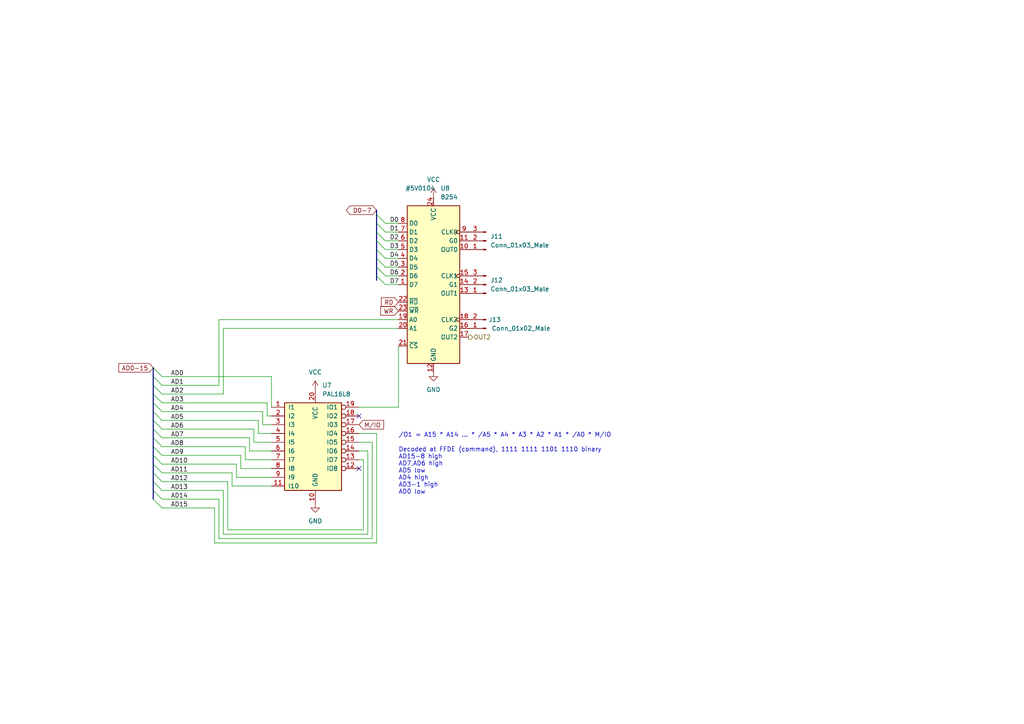
<source format=kicad_sch>
(kicad_sch (version 20211123) (generator eeschema)

  (uuid 6e613266-f8ff-472f-9812-2fa6fee8f243)

  (paper "A4")

  (lib_symbols
    (symbol "Connector:Conn_01x02_Male" (pin_names (offset 1.016) hide) (in_bom yes) (on_board yes)
      (property "Reference" "J" (id 0) (at 0 2.54 0)
        (effects (font (size 1.27 1.27)))
      )
      (property "Value" "Conn_01x02_Male" (id 1) (at 0 -5.08 0)
        (effects (font (size 1.27 1.27)))
      )
      (property "Footprint" "" (id 2) (at 0 0 0)
        (effects (font (size 1.27 1.27)) hide)
      )
      (property "Datasheet" "~" (id 3) (at 0 0 0)
        (effects (font (size 1.27 1.27)) hide)
      )
      (property "ki_keywords" "connector" (id 4) (at 0 0 0)
        (effects (font (size 1.27 1.27)) hide)
      )
      (property "ki_description" "Generic connector, single row, 01x02, script generated (kicad-library-utils/schlib/autogen/connector/)" (id 5) (at 0 0 0)
        (effects (font (size 1.27 1.27)) hide)
      )
      (property "ki_fp_filters" "Connector*:*_1x??_*" (id 6) (at 0 0 0)
        (effects (font (size 1.27 1.27)) hide)
      )
      (symbol "Conn_01x02_Male_1_1"
        (polyline
          (pts
            (xy 1.27 -2.54)
            (xy 0.8636 -2.54)
          )
          (stroke (width 0.1524) (type default) (color 0 0 0 0))
          (fill (type none))
        )
        (polyline
          (pts
            (xy 1.27 0)
            (xy 0.8636 0)
          )
          (stroke (width 0.1524) (type default) (color 0 0 0 0))
          (fill (type none))
        )
        (rectangle (start 0.8636 -2.413) (end 0 -2.667)
          (stroke (width 0.1524) (type default) (color 0 0 0 0))
          (fill (type outline))
        )
        (rectangle (start 0.8636 0.127) (end 0 -0.127)
          (stroke (width 0.1524) (type default) (color 0 0 0 0))
          (fill (type outline))
        )
        (pin passive line (at 5.08 0 180) (length 3.81)
          (name "Pin_1" (effects (font (size 1.27 1.27))))
          (number "1" (effects (font (size 1.27 1.27))))
        )
        (pin passive line (at 5.08 -2.54 180) (length 3.81)
          (name "Pin_2" (effects (font (size 1.27 1.27))))
          (number "2" (effects (font (size 1.27 1.27))))
        )
      )
    )
    (symbol "Connector:Conn_01x03_Male" (pin_names (offset 1.016) hide) (in_bom yes) (on_board yes)
      (property "Reference" "J" (id 0) (at 0 5.08 0)
        (effects (font (size 1.27 1.27)))
      )
      (property "Value" "Conn_01x03_Male" (id 1) (at 0 -5.08 0)
        (effects (font (size 1.27 1.27)))
      )
      (property "Footprint" "" (id 2) (at 0 0 0)
        (effects (font (size 1.27 1.27)) hide)
      )
      (property "Datasheet" "~" (id 3) (at 0 0 0)
        (effects (font (size 1.27 1.27)) hide)
      )
      (property "ki_keywords" "connector" (id 4) (at 0 0 0)
        (effects (font (size 1.27 1.27)) hide)
      )
      (property "ki_description" "Generic connector, single row, 01x03, script generated (kicad-library-utils/schlib/autogen/connector/)" (id 5) (at 0 0 0)
        (effects (font (size 1.27 1.27)) hide)
      )
      (property "ki_fp_filters" "Connector*:*_1x??_*" (id 6) (at 0 0 0)
        (effects (font (size 1.27 1.27)) hide)
      )
      (symbol "Conn_01x03_Male_1_1"
        (polyline
          (pts
            (xy 1.27 -2.54)
            (xy 0.8636 -2.54)
          )
          (stroke (width 0.1524) (type default) (color 0 0 0 0))
          (fill (type none))
        )
        (polyline
          (pts
            (xy 1.27 0)
            (xy 0.8636 0)
          )
          (stroke (width 0.1524) (type default) (color 0 0 0 0))
          (fill (type none))
        )
        (polyline
          (pts
            (xy 1.27 2.54)
            (xy 0.8636 2.54)
          )
          (stroke (width 0.1524) (type default) (color 0 0 0 0))
          (fill (type none))
        )
        (rectangle (start 0.8636 -2.413) (end 0 -2.667)
          (stroke (width 0.1524) (type default) (color 0 0 0 0))
          (fill (type outline))
        )
        (rectangle (start 0.8636 0.127) (end 0 -0.127)
          (stroke (width 0.1524) (type default) (color 0 0 0 0))
          (fill (type outline))
        )
        (rectangle (start 0.8636 2.667) (end 0 2.413)
          (stroke (width 0.1524) (type default) (color 0 0 0 0))
          (fill (type outline))
        )
        (pin passive line (at 5.08 2.54 180) (length 3.81)
          (name "Pin_1" (effects (font (size 1.27 1.27))))
          (number "1" (effects (font (size 1.27 1.27))))
        )
        (pin passive line (at 5.08 0 180) (length 3.81)
          (name "Pin_2" (effects (font (size 1.27 1.27))))
          (number "2" (effects (font (size 1.27 1.27))))
        )
        (pin passive line (at 5.08 -2.54 180) (length 3.81)
          (name "Pin_3" (effects (font (size 1.27 1.27))))
          (number "3" (effects (font (size 1.27 1.27))))
        )
      )
    )
    (symbol "Logic_Programmable:PAL16L8" (pin_names (offset 1.016)) (in_bom yes) (on_board yes)
      (property "Reference" "U" (id 0) (at -8.89 16.51 0)
        (effects (font (size 1.27 1.27)) (justify left))
      )
      (property "Value" "PAL16L8" (id 1) (at 1.27 16.51 0)
        (effects (font (size 1.27 1.27)) (justify left))
      )
      (property "Footprint" "" (id 2) (at 0 0 0)
        (effects (font (size 1.27 1.27)) hide)
      )
      (property "Datasheet" "" (id 3) (at 0 0 0)
        (effects (font (size 1.27 1.27)) hide)
      )
      (property "ki_keywords" "PAL PLD 16L8" (id 4) (at 0 0 0)
        (effects (font (size 1.27 1.27)) hide)
      )
      (property "ki_description" "Programmable Logic Array, DIP-20" (id 5) (at 0 0 0)
        (effects (font (size 1.27 1.27)) hide)
      )
      (property "ki_fp_filters" "DIP* PDIP*" (id 6) (at 0 0 0)
        (effects (font (size 1.27 1.27)) hide)
      )
      (symbol "PAL16L8_0_0"
        (pin power_in line (at 0 -15.24 90) (length 3.81)
          (name "GND" (effects (font (size 1.27 1.27))))
          (number "10" (effects (font (size 1.27 1.27))))
        )
        (pin power_in line (at 0 17.78 270) (length 3.81)
          (name "VCC" (effects (font (size 1.27 1.27))))
          (number "20" (effects (font (size 1.27 1.27))))
        )
      )
      (symbol "PAL16L8_0_1"
        (rectangle (start -8.89 13.97) (end 7.62 -11.43)
          (stroke (width 0.254) (type default) (color 0 0 0 0))
          (fill (type background))
        )
      )
      (symbol "PAL16L8_1_1"
        (pin input line (at -12.7 12.7 0) (length 3.81)
          (name "I1" (effects (font (size 1.27 1.27))))
          (number "1" (effects (font (size 1.27 1.27))))
        )
        (pin input line (at -12.7 -10.16 0) (length 3.81)
          (name "I10" (effects (font (size 1.27 1.27))))
          (number "11" (effects (font (size 1.27 1.27))))
        )
        (pin tri_state inverted (at 12.7 -5.08 180) (length 5.08)
          (name "IO8" (effects (font (size 1.27 1.27))))
          (number "12" (effects (font (size 1.27 1.27))))
        )
        (pin tri_state inverted (at 12.7 -2.54 180) (length 5.08)
          (name "IO7" (effects (font (size 1.27 1.27))))
          (number "13" (effects (font (size 1.27 1.27))))
        )
        (pin tri_state inverted (at 12.7 0 180) (length 5.08)
          (name "IO6" (effects (font (size 1.27 1.27))))
          (number "14" (effects (font (size 1.27 1.27))))
        )
        (pin tri_state inverted (at 12.7 2.54 180) (length 5.08)
          (name "IO5" (effects (font (size 1.27 1.27))))
          (number "15" (effects (font (size 1.27 1.27))))
        )
        (pin tri_state inverted (at 12.7 5.08 180) (length 5.08)
          (name "IO4" (effects (font (size 1.27 1.27))))
          (number "16" (effects (font (size 1.27 1.27))))
        )
        (pin tri_state inverted (at 12.7 7.62 180) (length 5.08)
          (name "I03" (effects (font (size 1.27 1.27))))
          (number "17" (effects (font (size 1.27 1.27))))
        )
        (pin tri_state inverted (at 12.7 10.16 180) (length 5.08)
          (name "IO2" (effects (font (size 1.27 1.27))))
          (number "18" (effects (font (size 1.27 1.27))))
        )
        (pin tri_state inverted (at 12.7 12.7 180) (length 5.08)
          (name "IO1" (effects (font (size 1.27 1.27))))
          (number "19" (effects (font (size 1.27 1.27))))
        )
        (pin input line (at -12.7 10.16 0) (length 3.81)
          (name "I2" (effects (font (size 1.27 1.27))))
          (number "2" (effects (font (size 1.27 1.27))))
        )
        (pin input line (at -12.7 7.62 0) (length 3.81)
          (name "I3" (effects (font (size 1.27 1.27))))
          (number "3" (effects (font (size 1.27 1.27))))
        )
        (pin input line (at -12.7 5.08 0) (length 3.81)
          (name "I4" (effects (font (size 1.27 1.27))))
          (number "4" (effects (font (size 1.27 1.27))))
        )
        (pin input line (at -12.7 2.54 0) (length 3.81)
          (name "I5" (effects (font (size 1.27 1.27))))
          (number "5" (effects (font (size 1.27 1.27))))
        )
        (pin input line (at -12.7 0 0) (length 3.81)
          (name "I6" (effects (font (size 1.27 1.27))))
          (number "6" (effects (font (size 1.27 1.27))))
        )
        (pin input line (at -12.7 -2.54 0) (length 3.81)
          (name "I7" (effects (font (size 1.27 1.27))))
          (number "7" (effects (font (size 1.27 1.27))))
        )
        (pin input line (at -12.7 -5.08 0) (length 3.81)
          (name "I8" (effects (font (size 1.27 1.27))))
          (number "8" (effects (font (size 1.27 1.27))))
        )
        (pin input line (at -12.7 -7.62 0) (length 3.81)
          (name "I9" (effects (font (size 1.27 1.27))))
          (number "9" (effects (font (size 1.27 1.27))))
        )
      )
    )
    (symbol "Timer:8254" (in_bom yes) (on_board yes)
      (property "Reference" "U" (id 0) (at -5.08 24.13 0)
        (effects (font (size 1.27 1.27)) (justify right))
      )
      (property "Value" "8254" (id 1) (at 2.54 24.13 0)
        (effects (font (size 1.27 1.27)) (justify left))
      )
      (property "Footprint" "Package_DIP:DIP-24_W15.24mm" (id 2) (at 0 0 0)
        (effects (font (size 1.27 1.27)) hide)
      )
      (property "Datasheet" "http://www.scs.stanford.edu/10wi-cs140/pintos/specs/8254.pdf" (id 3) (at -11.43 22.86 0)
        (effects (font (size 1.27 1.27)) hide)
      )
      (property "ki_keywords" "Timer Counter" (id 4) (at 0 0 0)
        (effects (font (size 1.27 1.27)) hide)
      )
      (property "ki_description" "Programmable Interval Timer, PDIP-24" (id 5) (at 0 0 0)
        (effects (font (size 1.27 1.27)) hide)
      )
      (property "ki_fp_filters" "DIP*W15.24mm*" (id 6) (at 0 0 0)
        (effects (font (size 1.27 1.27)) hide)
      )
      (symbol "8254_0_1"
        (rectangle (start -7.62 -22.86) (end 7.62 22.86)
          (stroke (width 0.254) (type default) (color 0 0 0 0))
          (fill (type background))
        )
      )
      (symbol "8254_1_1"
        (pin bidirectional line (at -10.16 0 0) (length 2.54)
          (name "D7" (effects (font (size 1.27 1.27))))
          (number "1" (effects (font (size 1.27 1.27))))
        )
        (pin output line (at 10.16 10.16 180) (length 2.54)
          (name "OUT0" (effects (font (size 1.27 1.27))))
          (number "10" (effects (font (size 1.27 1.27))))
        )
        (pin input line (at 10.16 12.7 180) (length 2.54)
          (name "G0" (effects (font (size 1.27 1.27))))
          (number "11" (effects (font (size 1.27 1.27))))
        )
        (pin power_in line (at 0 -25.4 90) (length 2.54)
          (name "GND" (effects (font (size 1.27 1.27))))
          (number "12" (effects (font (size 1.27 1.27))))
        )
        (pin output line (at 10.16 -2.54 180) (length 2.54)
          (name "OUT1" (effects (font (size 1.27 1.27))))
          (number "13" (effects (font (size 1.27 1.27))))
        )
        (pin input line (at 10.16 0 180) (length 2.54)
          (name "G1" (effects (font (size 1.27 1.27))))
          (number "14" (effects (font (size 1.27 1.27))))
        )
        (pin input clock (at 10.16 2.54 180) (length 2.54)
          (name "CLK1" (effects (font (size 1.27 1.27))))
          (number "15" (effects (font (size 1.27 1.27))))
        )
        (pin input line (at 10.16 -12.7 180) (length 2.54)
          (name "G2" (effects (font (size 1.27 1.27))))
          (number "16" (effects (font (size 1.27 1.27))))
        )
        (pin output line (at 10.16 -15.24 180) (length 2.54)
          (name "OUT2" (effects (font (size 1.27 1.27))))
          (number "17" (effects (font (size 1.27 1.27))))
        )
        (pin input clock (at 10.16 -10.16 180) (length 2.54)
          (name "CLK2" (effects (font (size 1.27 1.27))))
          (number "18" (effects (font (size 1.27 1.27))))
        )
        (pin input line (at -10.16 -10.16 0) (length 2.54)
          (name "A0" (effects (font (size 1.27 1.27))))
          (number "19" (effects (font (size 1.27 1.27))))
        )
        (pin bidirectional line (at -10.16 2.54 0) (length 2.54)
          (name "D6" (effects (font (size 1.27 1.27))))
          (number "2" (effects (font (size 1.27 1.27))))
        )
        (pin input line (at -10.16 -12.7 0) (length 2.54)
          (name "A1" (effects (font (size 1.27 1.27))))
          (number "20" (effects (font (size 1.27 1.27))))
        )
        (pin input line (at -10.16 -17.78 0) (length 2.54)
          (name "~{CS}" (effects (font (size 1.27 1.27))))
          (number "21" (effects (font (size 1.27 1.27))))
        )
        (pin input line (at -10.16 -5.08 0) (length 2.54)
          (name "~{RD}" (effects (font (size 1.27 1.27))))
          (number "22" (effects (font (size 1.27 1.27))))
        )
        (pin input line (at -10.16 -7.62 0) (length 2.54)
          (name "~{WR}" (effects (font (size 1.27 1.27))))
          (number "23" (effects (font (size 1.27 1.27))))
        )
        (pin power_in line (at 0 25.4 270) (length 2.54)
          (name "VCC" (effects (font (size 1.27 1.27))))
          (number "24" (effects (font (size 1.27 1.27))))
        )
        (pin bidirectional line (at -10.16 5.08 0) (length 2.54)
          (name "D5" (effects (font (size 1.27 1.27))))
          (number "3" (effects (font (size 1.27 1.27))))
        )
        (pin bidirectional line (at -10.16 7.62 0) (length 2.54)
          (name "D4" (effects (font (size 1.27 1.27))))
          (number "4" (effects (font (size 1.27 1.27))))
        )
        (pin bidirectional line (at -10.16 10.16 0) (length 2.54)
          (name "D3" (effects (font (size 1.27 1.27))))
          (number "5" (effects (font (size 1.27 1.27))))
        )
        (pin bidirectional line (at -10.16 12.7 0) (length 2.54)
          (name "D2" (effects (font (size 1.27 1.27))))
          (number "6" (effects (font (size 1.27 1.27))))
        )
        (pin bidirectional line (at -10.16 15.24 0) (length 2.54)
          (name "D1" (effects (font (size 1.27 1.27))))
          (number "7" (effects (font (size 1.27 1.27))))
        )
        (pin bidirectional line (at -10.16 17.78 0) (length 2.54)
          (name "D0" (effects (font (size 1.27 1.27))))
          (number "8" (effects (font (size 1.27 1.27))))
        )
        (pin input clock (at 10.16 15.24 180) (length 2.54)
          (name "CLK0" (effects (font (size 1.27 1.27))))
          (number "9" (effects (font (size 1.27 1.27))))
        )
      )
    )
    (symbol "power:GND" (power) (pin_names (offset 0)) (in_bom yes) (on_board yes)
      (property "Reference" "#PWR" (id 0) (at 0 -6.35 0)
        (effects (font (size 1.27 1.27)) hide)
      )
      (property "Value" "GND" (id 1) (at 0 -3.81 0)
        (effects (font (size 1.27 1.27)))
      )
      (property "Footprint" "" (id 2) (at 0 0 0)
        (effects (font (size 1.27 1.27)) hide)
      )
      (property "Datasheet" "" (id 3) (at 0 0 0)
        (effects (font (size 1.27 1.27)) hide)
      )
      (property "ki_keywords" "power-flag" (id 4) (at 0 0 0)
        (effects (font (size 1.27 1.27)) hide)
      )
      (property "ki_description" "Power symbol creates a global label with name \"GND\" , ground" (id 5) (at 0 0 0)
        (effects (font (size 1.27 1.27)) hide)
      )
      (symbol "GND_0_1"
        (polyline
          (pts
            (xy 0 0)
            (xy 0 -1.27)
            (xy 1.27 -1.27)
            (xy 0 -2.54)
            (xy -1.27 -1.27)
            (xy 0 -1.27)
          )
          (stroke (width 0) (type default) (color 0 0 0 0))
          (fill (type none))
        )
      )
      (symbol "GND_1_1"
        (pin power_in line (at 0 0 270) (length 0) hide
          (name "GND" (effects (font (size 1.27 1.27))))
          (number "1" (effects (font (size 1.27 1.27))))
        )
      )
    )
    (symbol "power:VCC" (power) (pin_names (offset 0)) (in_bom yes) (on_board yes)
      (property "Reference" "#PWR" (id 0) (at 0 -3.81 0)
        (effects (font (size 1.27 1.27)) hide)
      )
      (property "Value" "VCC" (id 1) (at 0 3.81 0)
        (effects (font (size 1.27 1.27)))
      )
      (property "Footprint" "" (id 2) (at 0 0 0)
        (effects (font (size 1.27 1.27)) hide)
      )
      (property "Datasheet" "" (id 3) (at 0 0 0)
        (effects (font (size 1.27 1.27)) hide)
      )
      (property "ki_keywords" "power-flag" (id 4) (at 0 0 0)
        (effects (font (size 1.27 1.27)) hide)
      )
      (property "ki_description" "Power symbol creates a global label with name \"VCC\"" (id 5) (at 0 0 0)
        (effects (font (size 1.27 1.27)) hide)
      )
      (symbol "VCC_0_1"
        (polyline
          (pts
            (xy -0.762 1.27)
            (xy 0 2.54)
          )
          (stroke (width 0) (type default) (color 0 0 0 0))
          (fill (type none))
        )
        (polyline
          (pts
            (xy 0 0)
            (xy 0 2.54)
          )
          (stroke (width 0) (type default) (color 0 0 0 0))
          (fill (type none))
        )
        (polyline
          (pts
            (xy 0 2.54)
            (xy 0.762 1.27)
          )
          (stroke (width 0) (type default) (color 0 0 0 0))
          (fill (type none))
        )
      )
      (symbol "VCC_1_1"
        (pin power_in line (at 0 0 90) (length 0) hide
          (name "VCC" (effects (font (size 1.27 1.27))))
          (number "1" (effects (font (size 1.27 1.27))))
        )
      )
    )
  )


  (no_connect (at 104.14 120.65) (uuid 022ae831-d130-4ffc-a869-76080b85629d))
  (no_connect (at 104.14 135.89) (uuid 85f6281b-6edd-432a-99a5-a2e3bf63aa0a))

  (bus_entry (at 109.22 62.23) (size 2.54 2.54)
    (stroke (width 0) (type default) (color 0 0 0 0))
    (uuid 09de0000-01bf-481e-8a3a-280e20e2f0e4)
  )
  (bus_entry (at 109.22 74.93) (size 2.54 2.54)
    (stroke (width 0) (type default) (color 0 0 0 0))
    (uuid 443b3199-2734-4bca-a04b-aca0fc87b9fb)
  )
  (bus_entry (at 109.22 72.39) (size 2.54 2.54)
    (stroke (width 0) (type default) (color 0 0 0 0))
    (uuid 5b4ced6b-7f8d-4265-b608-41944f328c64)
  )
  (bus_entry (at 109.22 80.01) (size 2.54 2.54)
    (stroke (width 0) (type default) (color 0 0 0 0))
    (uuid 82a14d84-7e66-4cea-bdac-a9c702bee4f4)
  )
  (bus_entry (at 109.22 64.77) (size 2.54 2.54)
    (stroke (width 0) (type default) (color 0 0 0 0))
    (uuid 934f98a2-513d-4c27-a9a6-c725df023c8c)
  )
  (bus_entry (at 109.22 67.31) (size 2.54 2.54)
    (stroke (width 0) (type default) (color 0 0 0 0))
    (uuid ade01d05-8b0f-40ad-a787-646b1bdfdf3a)
  )
  (bus_entry (at 109.22 69.85) (size 2.54 2.54)
    (stroke (width 0) (type default) (color 0 0 0 0))
    (uuid e26e31bd-ad84-41b4-8a17-43ada943b53c)
  )
  (bus_entry (at 44.45 132.08) (size 2.54 2.54)
    (stroke (width 0) (type default) (color 0 0 0 0))
    (uuid fdf52e79-0de5-4007-b911-c3ffd7bca4a6)
  )
  (bus_entry (at 44.45 129.54) (size 2.54 2.54)
    (stroke (width 0) (type default) (color 0 0 0 0))
    (uuid fdf52e79-0de5-4007-b911-c3ffd7bca4a7)
  )
  (bus_entry (at 44.45 109.22) (size 2.54 2.54)
    (stroke (width 0) (type default) (color 0 0 0 0))
    (uuid fdf52e79-0de5-4007-b911-c3ffd7bca4a8)
  )
  (bus_entry (at 44.45 111.76) (size 2.54 2.54)
    (stroke (width 0) (type default) (color 0 0 0 0))
    (uuid fdf52e79-0de5-4007-b911-c3ffd7bca4a9)
  )
  (bus_entry (at 44.45 134.62) (size 2.54 2.54)
    (stroke (width 0) (type default) (color 0 0 0 0))
    (uuid fdf52e79-0de5-4007-b911-c3ffd7bca4aa)
  )
  (bus_entry (at 44.45 137.16) (size 2.54 2.54)
    (stroke (width 0) (type default) (color 0 0 0 0))
    (uuid fdf52e79-0de5-4007-b911-c3ffd7bca4ab)
  )
  (bus_entry (at 44.45 142.24) (size 2.54 2.54)
    (stroke (width 0) (type default) (color 0 0 0 0))
    (uuid fdf52e79-0de5-4007-b911-c3ffd7bca4ac)
  )
  (bus_entry (at 44.45 139.7) (size 2.54 2.54)
    (stroke (width 0) (type default) (color 0 0 0 0))
    (uuid fdf52e79-0de5-4007-b911-c3ffd7bca4ad)
  )
  (bus_entry (at 44.45 144.78) (size 2.54 2.54)
    (stroke (width 0) (type default) (color 0 0 0 0))
    (uuid fdf52e79-0de5-4007-b911-c3ffd7bca4ae)
  )
  (bus_entry (at 44.45 127) (size 2.54 2.54)
    (stroke (width 0) (type default) (color 0 0 0 0))
    (uuid fdf52e79-0de5-4007-b911-c3ffd7bca4af)
  )
  (bus_entry (at 44.45 124.46) (size 2.54 2.54)
    (stroke (width 0) (type default) (color 0 0 0 0))
    (uuid fdf52e79-0de5-4007-b911-c3ffd7bca4b0)
  )
  (bus_entry (at 44.45 106.68) (size 2.54 2.54)
    (stroke (width 0) (type default) (color 0 0 0 0))
    (uuid fdf52e79-0de5-4007-b911-c3ffd7bca4b1)
  )
  (bus_entry (at 44.45 121.92) (size 2.54 2.54)
    (stroke (width 0) (type default) (color 0 0 0 0))
    (uuid fdf52e79-0de5-4007-b911-c3ffd7bca4b2)
  )
  (bus_entry (at 44.45 119.38) (size 2.54 2.54)
    (stroke (width 0) (type default) (color 0 0 0 0))
    (uuid fdf52e79-0de5-4007-b911-c3ffd7bca4b3)
  )
  (bus_entry (at 44.45 116.84) (size 2.54 2.54)
    (stroke (width 0) (type default) (color 0 0 0 0))
    (uuid fdf52e79-0de5-4007-b911-c3ffd7bca4b4)
  )
  (bus_entry (at 44.45 114.3) (size 2.54 2.54)
    (stroke (width 0) (type default) (color 0 0 0 0))
    (uuid fdf52e79-0de5-4007-b911-c3ffd7bca4b5)
  )
  (bus_entry (at 109.22 77.47) (size 2.54 2.54)
    (stroke (width 0) (type default) (color 0 0 0 0))
    (uuid ffe0192e-d006-4aa9-832d-ee927add1b63)
  )

  (bus (pts (xy 44.45 129.54) (xy 44.45 132.08))
    (stroke (width 0) (type default) (color 0 0 0 0))
    (uuid 00b9974b-58af-495c-bbca-6d981f620553)
  )

  (wire (pts (xy 109.22 157.48) (xy 109.22 125.73))
    (stroke (width 0) (type default) (color 0 0 0 0))
    (uuid 015f2180-f3f1-480c-ae8c-adc7919bad0c)
  )
  (wire (pts (xy 46.99 137.16) (xy 67.31 137.16))
    (stroke (width 0) (type default) (color 0 0 0 0))
    (uuid 023bcc7e-d846-4274-9deb-47b78abbe970)
  )
  (bus (pts (xy 109.22 80.01) (xy 109.22 81.28))
    (stroke (width 0) (type default) (color 0 0 0 0))
    (uuid 051ecdef-4c4c-4ac6-9fa8-cec20f3f6626)
  )

  (wire (pts (xy 78.74 128.27) (xy 73.66 128.27))
    (stroke (width 0) (type default) (color 0 0 0 0))
    (uuid 0f32a64b-a134-4f07-8a8b-3c028d184d02)
  )
  (bus (pts (xy 109.22 67.31) (xy 109.22 69.85))
    (stroke (width 0) (type default) (color 0 0 0 0))
    (uuid 127709f6-6163-4b05-87fb-cebd7c49dfe3)
  )
  (bus (pts (xy 44.45 127) (xy 44.45 129.54))
    (stroke (width 0) (type default) (color 0 0 0 0))
    (uuid 1410a67b-2a8f-46ae-a1b9-4f070d9d550d)
  )

  (wire (pts (xy 66.04 139.7) (xy 66.04 153.67))
    (stroke (width 0) (type default) (color 0 0 0 0))
    (uuid 18be6ee6-1cf3-4e75-8586-07cab166a7ae)
  )
  (wire (pts (xy 69.85 135.89) (xy 78.74 135.89))
    (stroke (width 0) (type default) (color 0 0 0 0))
    (uuid 1cd9e9b0-5e73-4fa1-8b2f-e916f6acc5ea)
  )
  (bus (pts (xy 109.22 62.23) (xy 109.22 64.77))
    (stroke (width 0) (type default) (color 0 0 0 0))
    (uuid 1e93e2d1-14ea-4b42-ae60-4a0ac05a3376)
  )
  (bus (pts (xy 44.45 121.92) (xy 44.45 124.46))
    (stroke (width 0) (type default) (color 0 0 0 0))
    (uuid 2058f8bb-1c76-4d16-891a-3a68a34ee824)
  )

  (wire (pts (xy 63.5 92.71) (xy 115.57 92.71))
    (stroke (width 0) (type default) (color 0 0 0 0))
    (uuid 2230b9b8-0bfa-42f9-b287-64c943adbea7)
  )
  (wire (pts (xy 111.76 77.47) (xy 115.57 77.47))
    (stroke (width 0) (type default) (color 0 0 0 0))
    (uuid 259549d8-e094-410d-9870-594eb13b0c30)
  )
  (wire (pts (xy 115.57 118.11) (xy 115.57 100.33))
    (stroke (width 0) (type default) (color 0 0 0 0))
    (uuid 28ff6898-f1d7-40f5-a801-39283ec28a22)
  )
  (bus (pts (xy 44.45 114.3) (xy 44.45 116.84))
    (stroke (width 0) (type default) (color 0 0 0 0))
    (uuid 2c67c4bb-fdca-4f8a-8748-46054d69544e)
  )

  (wire (pts (xy 68.58 134.62) (xy 68.58 138.43))
    (stroke (width 0) (type default) (color 0 0 0 0))
    (uuid 3551112b-99f2-408b-9530-ba2c73a25826)
  )
  (bus (pts (xy 44.45 142.24) (xy 44.45 144.78))
    (stroke (width 0) (type default) (color 0 0 0 0))
    (uuid 3640f5ac-f3a0-41e3-9b08-3d99e479c04b)
  )

  (wire (pts (xy 63.5 156.21) (xy 107.95 156.21))
    (stroke (width 0) (type default) (color 0 0 0 0))
    (uuid 36c963a8-c060-4de3-ac1a-74c17c76b087)
  )
  (wire (pts (xy 77.47 120.65) (xy 78.74 120.65))
    (stroke (width 0) (type default) (color 0 0 0 0))
    (uuid 3b094254-94e3-47fb-8fcb-f6e43928addc)
  )
  (wire (pts (xy 111.76 74.93) (xy 115.57 74.93))
    (stroke (width 0) (type default) (color 0 0 0 0))
    (uuid 3bcf2f81-4bec-49d3-aa18-04e80edd7eba)
  )
  (wire (pts (xy 46.99 134.62) (xy 68.58 134.62))
    (stroke (width 0) (type default) (color 0 0 0 0))
    (uuid 3c3d51aa-f911-40b5-8e87-7ff7e0a20708)
  )
  (wire (pts (xy 69.85 132.08) (xy 69.85 135.89))
    (stroke (width 0) (type default) (color 0 0 0 0))
    (uuid 3d90cd09-fd74-4d5b-b299-5b6cba3e7692)
  )
  (wire (pts (xy 74.93 125.73) (xy 78.74 125.73))
    (stroke (width 0) (type default) (color 0 0 0 0))
    (uuid 405ed7bd-1bd4-4628-b003-fddeaeb92680)
  )
  (wire (pts (xy 74.93 121.92) (xy 74.93 125.73))
    (stroke (width 0) (type default) (color 0 0 0 0))
    (uuid 409010bb-f1a0-4f84-ad9d-94bd3f487c14)
  )
  (wire (pts (xy 71.12 133.35) (xy 78.74 133.35))
    (stroke (width 0) (type default) (color 0 0 0 0))
    (uuid 42e677c2-5ff8-4abf-b27c-b3e6263f5661)
  )
  (bus (pts (xy 44.45 119.38) (xy 44.45 121.92))
    (stroke (width 0) (type default) (color 0 0 0 0))
    (uuid 474dc680-1b02-4c99-8c9d-101f0c4810f2)
  )

  (wire (pts (xy 67.31 137.16) (xy 67.31 140.97))
    (stroke (width 0) (type default) (color 0 0 0 0))
    (uuid 47bfb954-7eac-4b7e-91fa-cf4363a3f79e)
  )
  (wire (pts (xy 111.76 80.01) (xy 115.57 80.01))
    (stroke (width 0) (type default) (color 0 0 0 0))
    (uuid 4837dd91-32b5-4dfd-ae4b-001ba1584d98)
  )
  (wire (pts (xy 105.41 133.35) (xy 104.14 133.35))
    (stroke (width 0) (type default) (color 0 0 0 0))
    (uuid 49b2ea54-3634-43df-9399-8c4ccba75b20)
  )
  (wire (pts (xy 73.66 124.46) (xy 46.99 124.46))
    (stroke (width 0) (type default) (color 0 0 0 0))
    (uuid 4c6bbdfb-b020-487f-a735-2095a68222a8)
  )
  (wire (pts (xy 46.99 142.24) (xy 64.77 142.24))
    (stroke (width 0) (type default) (color 0 0 0 0))
    (uuid 4dee56fc-df86-409b-b410-56eb00b2f875)
  )
  (wire (pts (xy 46.99 147.32) (xy 62.23 147.32))
    (stroke (width 0) (type default) (color 0 0 0 0))
    (uuid 55c0cb46-c15c-4499-a7e0-bc74befe2780)
  )
  (wire (pts (xy 64.77 95.25) (xy 115.57 95.25))
    (stroke (width 0) (type default) (color 0 0 0 0))
    (uuid 5dd27ae0-a673-46c0-b6a8-0cf380505e67)
  )
  (bus (pts (xy 44.45 111.76) (xy 44.45 114.3))
    (stroke (width 0) (type default) (color 0 0 0 0))
    (uuid 60478cf2-eeac-48a0-9027-5e705d06fc5b)
  )

  (wire (pts (xy 111.76 64.77) (xy 115.57 64.77))
    (stroke (width 0) (type default) (color 0 0 0 0))
    (uuid 62b07684-7642-4ba0-a507-08260c8570b9)
  )
  (wire (pts (xy 46.99 111.76) (xy 63.5 111.76))
    (stroke (width 0) (type default) (color 0 0 0 0))
    (uuid 66dd32a0-9a28-42ac-adef-ab705980eed5)
  )
  (bus (pts (xy 44.45 106.68) (xy 44.45 109.22))
    (stroke (width 0) (type default) (color 0 0 0 0))
    (uuid 71b26da1-c654-4bad-8bed-6a063f81c111)
  )

  (wire (pts (xy 73.66 128.27) (xy 73.66 124.46))
    (stroke (width 0) (type default) (color 0 0 0 0))
    (uuid 770c2f2b-a005-49f7-be24-84dc69ee7493)
  )
  (wire (pts (xy 46.99 139.7) (xy 66.04 139.7))
    (stroke (width 0) (type default) (color 0 0 0 0))
    (uuid 7dfdca9d-28ea-40d2-9aa4-76d7144c02be)
  )
  (bus (pts (xy 44.45 124.46) (xy 44.45 127))
    (stroke (width 0) (type default) (color 0 0 0 0))
    (uuid 7ff07296-bc76-41c2-a54f-e306475ad02a)
  )

  (wire (pts (xy 111.76 67.31) (xy 115.57 67.31))
    (stroke (width 0) (type default) (color 0 0 0 0))
    (uuid 8aa2207c-a358-4fb0-8420-d93125f136ad)
  )
  (wire (pts (xy 64.77 95.25) (xy 64.77 114.3))
    (stroke (width 0) (type default) (color 0 0 0 0))
    (uuid 8b7b2f14-ac04-4628-be20-c8bb80a14105)
  )
  (wire (pts (xy 77.47 116.84) (xy 77.47 120.65))
    (stroke (width 0) (type default) (color 0 0 0 0))
    (uuid 8b8f5e46-b973-4357-8b16-82d04382b04b)
  )
  (wire (pts (xy 63.5 144.78) (xy 63.5 156.21))
    (stroke (width 0) (type default) (color 0 0 0 0))
    (uuid 8d26cde1-d388-420e-bdec-177e61a17387)
  )
  (bus (pts (xy 109.22 77.47) (xy 109.22 80.01))
    (stroke (width 0) (type default) (color 0 0 0 0))
    (uuid 958f0b87-57d9-4536-94b7-b1a9eb77c327)
  )
  (bus (pts (xy 44.45 109.22) (xy 44.45 111.76))
    (stroke (width 0) (type default) (color 0 0 0 0))
    (uuid 9663ba13-9af8-4df7-aa8a-ea2d83ce5bcf)
  )
  (bus (pts (xy 109.22 69.85) (xy 109.22 72.39))
    (stroke (width 0) (type default) (color 0 0 0 0))
    (uuid 9703db31-14d2-40c4-9252-1add627e99f5)
  )
  (bus (pts (xy 44.45 116.84) (xy 44.45 119.38))
    (stroke (width 0) (type default) (color 0 0 0 0))
    (uuid 9886e611-f98e-436e-88ae-b8216979c593)
  )

  (wire (pts (xy 104.14 118.11) (xy 115.57 118.11))
    (stroke (width 0) (type default) (color 0 0 0 0))
    (uuid 9d06c28b-5aac-41cb-b535-87738af6e364)
  )
  (bus (pts (xy 109.22 64.77) (xy 109.22 67.31))
    (stroke (width 0) (type default) (color 0 0 0 0))
    (uuid 9dd1e2b1-9380-4b25-b999-ccd18dca0b50)
  )
  (bus (pts (xy 44.45 134.62) (xy 44.45 137.16))
    (stroke (width 0) (type default) (color 0 0 0 0))
    (uuid a05cbd98-b8dd-4f9b-8310-48b40545a8b7)
  )

  (wire (pts (xy 46.99 132.08) (xy 69.85 132.08))
    (stroke (width 0) (type default) (color 0 0 0 0))
    (uuid a96e1ed6-5e8a-43a8-a8bb-c22faec9bf79)
  )
  (wire (pts (xy 62.23 157.48) (xy 109.22 157.48))
    (stroke (width 0) (type default) (color 0 0 0 0))
    (uuid a9fd2812-4047-4812-b579-b7270e2d3d20)
  )
  (wire (pts (xy 76.2 123.19) (xy 78.74 123.19))
    (stroke (width 0) (type default) (color 0 0 0 0))
    (uuid aa78d157-c7a9-4696-8b4c-d9d3a8ec884c)
  )
  (wire (pts (xy 64.77 114.3) (xy 46.99 114.3))
    (stroke (width 0) (type default) (color 0 0 0 0))
    (uuid aa7a54b6-a3d3-4790-953d-64d51bad0f7d)
  )
  (wire (pts (xy 109.22 125.73) (xy 104.14 125.73))
    (stroke (width 0) (type default) (color 0 0 0 0))
    (uuid ab4c4197-306a-4da7-af99-55963d4f0da9)
  )
  (bus (pts (xy 44.45 139.7) (xy 44.45 142.24))
    (stroke (width 0) (type default) (color 0 0 0 0))
    (uuid b383f321-b332-485e-b54b-fd14c9b4e2db)
  )

  (wire (pts (xy 72.39 130.81) (xy 78.74 130.81))
    (stroke (width 0) (type default) (color 0 0 0 0))
    (uuid b783de20-4012-40c8-8099-f3d1f5154f2b)
  )
  (wire (pts (xy 66.04 153.67) (xy 105.41 153.67))
    (stroke (width 0) (type default) (color 0 0 0 0))
    (uuid bccb6f98-e9d1-4596-83b0-81d8c46e558d)
  )
  (wire (pts (xy 71.12 129.54) (xy 71.12 133.35))
    (stroke (width 0) (type default) (color 0 0 0 0))
    (uuid bea2f2f2-c980-474b-80d4-66c8e15f3b55)
  )
  (wire (pts (xy 46.99 121.92) (xy 74.93 121.92))
    (stroke (width 0) (type default) (color 0 0 0 0))
    (uuid bfcdf0f4-ff3c-442f-83db-5c75417578c5)
  )
  (wire (pts (xy 67.31 140.97) (xy 78.74 140.97))
    (stroke (width 0) (type default) (color 0 0 0 0))
    (uuid c17e6a00-2f53-42f1-9ee0-9516438237d1)
  )
  (wire (pts (xy 46.99 119.38) (xy 76.2 119.38))
    (stroke (width 0) (type default) (color 0 0 0 0))
    (uuid c298f44a-dc3e-4004-9611-4fcf2229764b)
  )
  (wire (pts (xy 46.99 129.54) (xy 71.12 129.54))
    (stroke (width 0) (type default) (color 0 0 0 0))
    (uuid c6a3df4a-e96f-4a32-8ba7-dbc44cdd5427)
  )
  (wire (pts (xy 111.76 82.55) (xy 115.57 82.55))
    (stroke (width 0) (type default) (color 0 0 0 0))
    (uuid cb25ef82-430f-4cac-8be8-2d782f7a3ba0)
  )
  (wire (pts (xy 46.99 127) (xy 72.39 127))
    (stroke (width 0) (type default) (color 0 0 0 0))
    (uuid cc35c19c-8f37-44c0-9fec-7307026faf97)
  )
  (bus (pts (xy 44.45 137.16) (xy 44.45 139.7))
    (stroke (width 0) (type default) (color 0 0 0 0))
    (uuid d0b7ef65-e61e-4a6c-af0c-1a5e11313a45)
  )

  (wire (pts (xy 105.41 153.67) (xy 105.41 133.35))
    (stroke (width 0) (type default) (color 0 0 0 0))
    (uuid d3168440-460b-4ffe-9a3d-88ac16e4b794)
  )
  (bus (pts (xy 44.45 132.08) (xy 44.45 134.62))
    (stroke (width 0) (type default) (color 0 0 0 0))
    (uuid d3acfa27-703d-4519-8871-f5b4c15853ef)
  )

  (wire (pts (xy 46.99 144.78) (xy 63.5 144.78))
    (stroke (width 0) (type default) (color 0 0 0 0))
    (uuid d5f9f445-09f0-4d32-9ae3-10b21f598461)
  )
  (wire (pts (xy 62.23 147.32) (xy 62.23 157.48))
    (stroke (width 0) (type default) (color 0 0 0 0))
    (uuid d73cc9e5-8d83-4a01-b3b4-86eb6e1f650a)
  )
  (wire (pts (xy 104.14 130.81) (xy 106.68 130.81))
    (stroke (width 0) (type default) (color 0 0 0 0))
    (uuid d778973a-2a3f-4551-b842-fd766dcb3a01)
  )
  (wire (pts (xy 46.99 116.84) (xy 77.47 116.84))
    (stroke (width 0) (type default) (color 0 0 0 0))
    (uuid d81b4f01-3f64-4187-a075-cac0de16bfe4)
  )
  (wire (pts (xy 107.95 128.27) (xy 104.14 128.27))
    (stroke (width 0) (type default) (color 0 0 0 0))
    (uuid dc110781-c9ea-40dd-afc6-4ccc751a28a8)
  )
  (wire (pts (xy 46.99 109.22) (xy 78.74 109.22))
    (stroke (width 0) (type default) (color 0 0 0 0))
    (uuid e506838d-cf6c-45fa-9823-9d2c1c28d9f0)
  )
  (wire (pts (xy 64.77 154.94) (xy 106.68 154.94))
    (stroke (width 0) (type default) (color 0 0 0 0))
    (uuid e7a05ad0-52ec-4008-b549-d4da9cdeb5f9)
  )
  (wire (pts (xy 64.77 142.24) (xy 64.77 154.94))
    (stroke (width 0) (type default) (color 0 0 0 0))
    (uuid e867c263-9386-453e-adc7-bccaef018dd0)
  )
  (wire (pts (xy 72.39 127) (xy 72.39 130.81))
    (stroke (width 0) (type default) (color 0 0 0 0))
    (uuid ead4b7b7-c6fb-4ebb-84cd-f162b1f61f0f)
  )
  (wire (pts (xy 111.76 69.85) (xy 115.57 69.85))
    (stroke (width 0) (type default) (color 0 0 0 0))
    (uuid eb3ccb6a-980a-466a-bed2-ac632c6a8399)
  )
  (wire (pts (xy 78.74 109.22) (xy 78.74 118.11))
    (stroke (width 0) (type default) (color 0 0 0 0))
    (uuid eee161e8-620c-47a0-a0ce-512755787a16)
  )
  (bus (pts (xy 109.22 74.93) (xy 109.22 77.47))
    (stroke (width 0) (type default) (color 0 0 0 0))
    (uuid efdba64a-a81b-4d82-b4e0-72393584a661)
  )

  (wire (pts (xy 76.2 119.38) (xy 76.2 123.19))
    (stroke (width 0) (type default) (color 0 0 0 0))
    (uuid f08efa4d-99cb-406c-9822-b73d3a0d9a05)
  )
  (wire (pts (xy 111.76 72.39) (xy 115.57 72.39))
    (stroke (width 0) (type default) (color 0 0 0 0))
    (uuid f1c561af-a9f0-4dae-a10c-b8fbec3cfe17)
  )
  (wire (pts (xy 106.68 154.94) (xy 106.68 130.81))
    (stroke (width 0) (type default) (color 0 0 0 0))
    (uuid f20fc096-42a4-45c5-85ca-bc360e3bc91a)
  )
  (bus (pts (xy 109.22 72.39) (xy 109.22 74.93))
    (stroke (width 0) (type default) (color 0 0 0 0))
    (uuid f7cf2e22-1846-4790-96c8-69d91081ff7c)
  )
  (bus (pts (xy 109.22 60.96) (xy 109.22 62.23))
    (stroke (width 0) (type default) (color 0 0 0 0))
    (uuid fb1644fa-b35c-4a9d-8c06-0392303f7018)
  )

  (wire (pts (xy 63.5 111.76) (xy 63.5 92.71))
    (stroke (width 0) (type default) (color 0 0 0 0))
    (uuid fcba20bf-d398-49ce-991d-ae9927df51b9)
  )
  (wire (pts (xy 68.58 138.43) (xy 78.74 138.43))
    (stroke (width 0) (type default) (color 0 0 0 0))
    (uuid fcd7681d-92b6-47e1-9146-8d8b57db0324)
  )
  (wire (pts (xy 107.95 156.21) (xy 107.95 128.27))
    (stroke (width 0) (type default) (color 0 0 0 0))
    (uuid fe1fddc3-2b73-4341-8ede-b590d57ac48b)
  )

  (text "Decoded at FFDE (command), 1111 1111 1101 1110 binary\nAD15-8 high\nAD7,AD6 high\nAD5 low\nAD4 high\nAD3-1 high\nAD0 low"
    (at 115.57 143.51 0)
    (effects (font (size 1.27 1.27)) (justify left bottom))
    (uuid 220e5052-0d8c-4599-a157-77a33a7ec08d)
  )
  (text "/O1 = A15 * A14 ... * /A5 * A4 * A3 * A2 * A1 * /A0 * M/IO"
    (at 115.57 127 0)
    (effects (font (size 1.27 1.27)) (justify left bottom))
    (uuid 22f78db0-21fc-4311-9b90-8aee9adb0d90)
  )

  (label "AD15" (at 49.53 147.32 0)
    (effects (font (size 1.27 1.27)) (justify left bottom))
    (uuid 069c5a72-e9c6-4e26-9d80-f77d55316700)
  )
  (label "AD2" (at 49.53 114.3 0)
    (effects (font (size 1.27 1.27)) (justify left bottom))
    (uuid 11a4c88b-e8c1-4c4b-9eef-e88a88bbad71)
  )
  (label "D2" (at 113.03 69.85 0)
    (effects (font (size 1.27 1.27)) (justify left bottom))
    (uuid 2109ab8b-69f7-4764-b931-5f92a03400a1)
  )
  (label "AD7" (at 49.53 127 0)
    (effects (font (size 1.27 1.27)) (justify left bottom))
    (uuid 32ab8e1b-1e51-43e3-bc06-39c532128c5f)
  )
  (label "AD5" (at 49.53 121.92 0)
    (effects (font (size 1.27 1.27)) (justify left bottom))
    (uuid 432f15f1-c266-4c79-aa1f-3c1759e0a0cc)
  )
  (label "AD4" (at 49.53 119.38 0)
    (effects (font (size 1.27 1.27)) (justify left bottom))
    (uuid 4cf6f143-a600-443e-8165-fa69b8d180c0)
  )
  (label "AD8" (at 49.53 129.54 0)
    (effects (font (size 1.27 1.27)) (justify left bottom))
    (uuid 5c0cf5ab-ec16-4204-9fa9-4cf9056fbc90)
  )
  (label "AD11" (at 49.53 137.16 0)
    (effects (font (size 1.27 1.27)) (justify left bottom))
    (uuid 5f63bcb0-18d6-4820-acff-622e975aa0ba)
  )
  (label "AD9" (at 49.53 132.08 0)
    (effects (font (size 1.27 1.27)) (justify left bottom))
    (uuid 6a72b972-bdc4-489c-87e2-d28b2242824b)
  )
  (label "AD12" (at 49.53 139.7 0)
    (effects (font (size 1.27 1.27)) (justify left bottom))
    (uuid 7a3cba13-bc21-4b5a-8cb5-edd5143f0525)
  )
  (label "AD13" (at 49.53 142.24 0)
    (effects (font (size 1.27 1.27)) (justify left bottom))
    (uuid 7a59bd88-e608-4a39-b744-20d5b9b7ed01)
  )
  (label "D7" (at 113.03 82.55 0)
    (effects (font (size 1.27 1.27)) (justify left bottom))
    (uuid 8a422f9d-0178-4c83-a2ae-9b74be5929cf)
  )
  (label "D3" (at 113.03 72.39 0)
    (effects (font (size 1.27 1.27)) (justify left bottom))
    (uuid 8f8604b7-b6d7-4e99-8360-e048ce258a7b)
  )
  (label "D4" (at 113.03 74.93 0)
    (effects (font (size 1.27 1.27)) (justify left bottom))
    (uuid 9bab2e17-4664-442d-a5ac-eb8ebb013bce)
  )
  (label "D6" (at 113.03 80.01 0)
    (effects (font (size 1.27 1.27)) (justify left bottom))
    (uuid 9c6e1338-7d46-40bc-8c24-0a7db42aac3e)
  )
  (label "AD10" (at 49.53 134.62 0)
    (effects (font (size 1.27 1.27)) (justify left bottom))
    (uuid 9f94f819-d353-4412-bf06-7f8ba68f7f10)
  )
  (label "AD3" (at 49.53 116.84 0)
    (effects (font (size 1.27 1.27)) (justify left bottom))
    (uuid ce143041-04cb-4c18-9077-ace14af81e7a)
  )
  (label "AD1" (at 49.53 111.76 0)
    (effects (font (size 1.27 1.27)) (justify left bottom))
    (uuid d3298765-fabd-4b18-ba27-61c625ccc53f)
  )
  (label "D1" (at 113.03 67.31 0)
    (effects (font (size 1.27 1.27)) (justify left bottom))
    (uuid d83684cc-8cc6-4e75-ba87-39c1c6e5d2a2)
  )
  (label "AD14" (at 49.53 144.78 0)
    (effects (font (size 1.27 1.27)) (justify left bottom))
    (uuid dfe19c0d-a880-450f-a1f4-18bfa9a7d0e4)
  )
  (label "D0" (at 113.03 64.77 0)
    (effects (font (size 1.27 1.27)) (justify left bottom))
    (uuid e55dd89d-b885-42c9-a8b0-60d70a19aa4f)
  )
  (label "AD6" (at 49.53 124.46 0)
    (effects (font (size 1.27 1.27)) (justify left bottom))
    (uuid ea97f4ab-715b-42ee-9a56-ef584fb72be3)
  )
  (label "AD0" (at 49.53 109.22 0)
    (effects (font (size 1.27 1.27)) (justify left bottom))
    (uuid fca94ee0-7de8-4f9d-a4f8-7ab13aa9db95)
  )
  (label "D5" (at 113.03 77.47 0)
    (effects (font (size 1.27 1.27)) (justify left bottom))
    (uuid fe497fe3-adc3-424d-ab2d-02f122e8d91a)
  )

  (global_label "M{slash}IO" (shape input) (at 104.14 123.19 0) (fields_autoplaced)
    (effects (font (size 1.27 1.27)) (justify left))
    (uuid 05028077-8a56-4025-a15f-05cc4520857b)
    (property "Intersheet References" "${INTERSHEET_REFS}" (id 0) (at 111.2702 123.1106 0)
      (effects (font (size 1.27 1.27)) (justify left) hide)
    )
  )
  (global_label "WR" (shape input) (at 115.57 90.17 180) (fields_autoplaced)
    (effects (font (size 1.27 1.27)) (justify right))
    (uuid 0dc1ac78-894e-45f4-a5c5-2b6075c2aa12)
    (property "Intersheet References" "${INTERSHEET_REFS}" (id 0) (at 110.4355 90.0906 0)
      (effects (font (size 1.27 1.27)) (justify right) hide)
    )
  )
  (global_label "AD0-15" (shape input) (at 44.45 106.68 180) (fields_autoplaced)
    (effects (font (size 1.27 1.27)) (justify right))
    (uuid 571533da-5631-400f-bc0b-db614219e5f1)
    (property "Intersheet References" "${INTERSHEET_REFS}" (id 0) (at 34.4774 106.6006 0)
      (effects (font (size 1.27 1.27)) (justify right) hide)
    )
  )
  (global_label "D0-7" (shape bidirectional) (at 109.22 60.96 180) (fields_autoplaced)
    (effects (font (size 1.27 1.27)) (justify right))
    (uuid ae08c622-e8af-48e1-853d-5a680ccbeeaf)
    (property "Intersheet References" "${INTERSHEET_REFS}" (id 0) (at 101.5455 60.8806 0)
      (effects (font (size 1.27 1.27)) (justify right) hide)
    )
  )
  (global_label "RD" (shape input) (at 115.57 87.63 180) (fields_autoplaced)
    (effects (font (size 1.27 1.27)) (justify right))
    (uuid be59fa50-0d12-47b8-a50f-693d4f0a188a)
    (property "Intersheet References" "${INTERSHEET_REFS}" (id 0) (at 110.6169 87.5506 0)
      (effects (font (size 1.27 1.27)) (justify right) hide)
    )
  )

  (hierarchical_label "OUT2" (shape output) (at 135.89 97.79 0)
    (effects (font (size 1.27 1.27)) (justify left))
    (uuid 9a5414bb-a95c-4a6d-8729-8c477e952660)
  )

  (symbol (lib_id "Connector:Conn_01x03_Male") (at 140.97 82.55 180) (unit 1)
    (in_bom yes) (on_board yes) (fields_autoplaced)
    (uuid 2941c50d-6a4e-4ea4-ab2e-df60bfd0789d)
    (property "Reference" "J12" (id 0) (at 142.24 81.2799 0)
      (effects (font (size 1.27 1.27)) (justify right))
    )
    (property "Value" "Conn_01x03_Male" (id 1) (at 142.24 83.8199 0)
      (effects (font (size 1.27 1.27)) (justify right))
    )
    (property "Footprint" "" (id 2) (at 140.97 82.55 0)
      (effects (font (size 1.27 1.27)) hide)
    )
    (property "Datasheet" "~" (id 3) (at 140.97 82.55 0)
      (effects (font (size 1.27 1.27)) hide)
    )
    (pin "1" (uuid 89d239d2-e652-4035-b23a-9eb93f1776fa))
    (pin "2" (uuid 8a03c8c5-e072-4ee9-874b-148eba3d6ac3))
    (pin "3" (uuid bbbece5d-dde5-42e8-a823-f2eae16ec2bb))
  )

  (symbol (lib_id "power:VCC") (at 91.44 113.03 0) (unit 1)
    (in_bom yes) (on_board yes) (fields_autoplaced)
    (uuid 3792b4b4-9022-4e81-9124-fe458c1ddc10)
    (property "Reference" "#PWR0115" (id 0) (at 91.44 116.84 0)
      (effects (font (size 1.27 1.27)) hide)
    )
    (property "Value" "VCC" (id 1) (at 91.44 107.95 0))
    (property "Footprint" "" (id 2) (at 91.44 113.03 0)
      (effects (font (size 1.27 1.27)) hide)
    )
    (property "Datasheet" "" (id 3) (at 91.44 113.03 0)
      (effects (font (size 1.27 1.27)) hide)
    )
    (pin "1" (uuid 9906c0bc-551d-4e59-a82f-456528388386))
  )

  (symbol (lib_id "Connector:Conn_01x03_Male") (at 140.97 69.85 180) (unit 1)
    (in_bom yes) (on_board yes) (fields_autoplaced)
    (uuid 6473fba3-f0dc-4b6e-bdd6-af174d848900)
    (property "Reference" "J11" (id 0) (at 142.24 68.5799 0)
      (effects (font (size 1.27 1.27)) (justify right))
    )
    (property "Value" "Conn_01x03_Male" (id 1) (at 142.24 71.1199 0)
      (effects (font (size 1.27 1.27)) (justify right))
    )
    (property "Footprint" "" (id 2) (at 140.97 69.85 0)
      (effects (font (size 1.27 1.27)) hide)
    )
    (property "Datasheet" "~" (id 3) (at 140.97 69.85 0)
      (effects (font (size 1.27 1.27)) hide)
    )
    (pin "1" (uuid 993efe4c-7081-4e1a-96fb-396b72f9cc00))
    (pin "2" (uuid 8120d55b-c006-46b6-b204-f2e27efebf90))
    (pin "3" (uuid da14aac0-262b-405b-ab84-7457b2a67d23))
  )

  (symbol (lib_id "Logic_Programmable:PAL16L8") (at 91.44 130.81 0) (unit 1)
    (in_bom yes) (on_board yes) (fields_autoplaced)
    (uuid 6a8b0c5d-4994-4766-9039-915cbeb72c3b)
    (property "Reference" "U7" (id 0) (at 93.4594 111.76 0)
      (effects (font (size 1.27 1.27)) (justify left))
    )
    (property "Value" "PAL16L8" (id 1) (at 93.4594 114.3 0)
      (effects (font (size 1.27 1.27)) (justify left))
    )
    (property "Footprint" "" (id 2) (at 91.44 130.81 0)
      (effects (font (size 1.27 1.27)) hide)
    )
    (property "Datasheet" "" (id 3) (at 91.44 130.81 0)
      (effects (font (size 1.27 1.27)) hide)
    )
    (pin "10" (uuid 0eec8c5d-4b44-4699-b3a8-f2d110aebbdc))
    (pin "20" (uuid a3fbe55f-3c83-4727-be69-32355abd2a0b))
    (pin "1" (uuid a16a37a4-0483-4a1d-a707-f51c18389851))
    (pin "11" (uuid 84107c9c-2329-48f0-af1b-45c95559cc8b))
    (pin "12" (uuid 94d62aa9-4712-486b-88c0-045da973eb12))
    (pin "13" (uuid 8a90fbec-b88d-48de-b94a-f1e5c510a475))
    (pin "14" (uuid f73245b6-17dc-4c25-ad0a-1d7bbde92bd0))
    (pin "15" (uuid 337d66a3-d20f-46e9-8295-04745f0caeb4))
    (pin "16" (uuid ad90b8a4-5861-4aaa-a33b-1db54d42cab8))
    (pin "17" (uuid c4dbb721-5aee-426e-8280-ae45816c08d7))
    (pin "18" (uuid eb33d0b4-616c-414f-9969-d334097ece44))
    (pin "19" (uuid 61cb978d-a4d3-47af-9d1c-940a9e2242c4))
    (pin "2" (uuid bfc9a4a3-8f9d-4b99-86e1-7929b4615b55))
    (pin "3" (uuid 3b2bef70-5d49-4ff1-b338-c9b992f75d03))
    (pin "4" (uuid aa2441be-a09e-4461-9b0c-7a011ccf520b))
    (pin "5" (uuid 88b2253c-c84f-4c9a-af49-9c9ad5436fc7))
    (pin "6" (uuid 71d4c641-01f4-471c-9e3f-a5868eaaf377))
    (pin "7" (uuid 5e2d05ee-88f1-4f30-9274-1b04fc712a1a))
    (pin "8" (uuid 89e24c14-6b35-493d-8a82-31aaa8f99400))
    (pin "9" (uuid 4a8a1fd2-6560-4a36-94f4-b0c2057af9af))
  )

  (symbol (lib_id "Timer:8254") (at 125.73 82.55 0) (unit 1)
    (in_bom yes) (on_board yes) (fields_autoplaced)
    (uuid 7ebb1d85-dab8-4171-b87c-29613d9d80fc)
    (property "Reference" "U8" (id 0) (at 127.7494 54.61 0)
      (effects (font (size 1.27 1.27)) (justify left))
    )
    (property "Value" "8254" (id 1) (at 127.7494 57.15 0)
      (effects (font (size 1.27 1.27)) (justify left))
    )
    (property "Footprint" "Package_DIP:DIP-24_W15.24mm" (id 2) (at 125.73 82.55 0)
      (effects (font (size 1.27 1.27)) hide)
    )
    (property "Datasheet" "http://www.scs.stanford.edu/10wi-cs140/pintos/specs/8254.pdf" (id 3) (at 114.3 59.69 0)
      (effects (font (size 1.27 1.27)) hide)
    )
    (pin "1" (uuid 781f4560-db31-4ec0-9ddb-9397beb273fa))
    (pin "10" (uuid 2630dbd3-87d4-4979-8fa2-5f5c72d72cc5))
    (pin "11" (uuid ee82a66b-d452-4432-b7db-14a59f09b66f))
    (pin "12" (uuid 52c4b354-3ac4-4db1-a59a-02017c3567d0))
    (pin "13" (uuid 950149a4-e5b0-47fe-9d63-d7856e763759))
    (pin "14" (uuid b1f392ee-0aca-4a71-9d93-783f1fa82a8d))
    (pin "15" (uuid 261f4a25-5e2f-4708-ad02-9f84a63a9934))
    (pin "16" (uuid 93dcb944-46cd-4028-8253-22c1af3dfbaf))
    (pin "17" (uuid 910f366a-e33a-4bee-bdc2-4702469f7305))
    (pin "18" (uuid 3bf662c5-cefd-4cf7-9e0d-b856284ff519))
    (pin "19" (uuid ea0d1309-7b75-40cf-a3ae-7793a4d352f5))
    (pin "2" (uuid 25521b67-a0f5-4cab-8d70-10235b772deb))
    (pin "20" (uuid 478ecf37-4a1f-4678-b9de-5b6f2b2ede7d))
    (pin "21" (uuid 4bff8073-2990-4ec2-b151-c020cc678bbe))
    (pin "22" (uuid b69e665f-07db-4ac9-af47-3baee116835b))
    (pin "23" (uuid 8395875f-0571-4881-b204-e488744b50d5))
    (pin "24" (uuid 556ab8d2-bd3c-4aba-be85-65d34b52865e))
    (pin "3" (uuid 2c525ec6-344b-4edf-b2ae-9d5482fbcc6e))
    (pin "4" (uuid 91d8434b-4f7a-48cf-8bc1-52cb2d03dcf4))
    (pin "5" (uuid ec640d4f-060a-40fd-828b-7368b3677c5f))
    (pin "6" (uuid 539a104f-f710-42ce-b3d9-c6a19ec5a925))
    (pin "7" (uuid dffd8b0d-ce77-48db-ba3d-793bc70ff963))
    (pin "8" (uuid 8df6f82d-ca70-46b1-b665-8ae9eb26dcd0))
    (pin "9" (uuid 00e8d76e-330c-44a8-a950-56087b831a29))
  )

  (symbol (lib_id "power:VCC") (at 125.73 57.15 0) (unit 1)
    (in_bom yes) (on_board yes)
    (uuid 809fc57a-cac8-4da4-abaf-13fc39dd7e1a)
    (property "Reference" "#5V0104" (id 0) (at 121.92 54.61 0))
    (property "Value" "VCC" (id 1) (at 125.73 52.07 0))
    (property "Footprint" "" (id 2) (at 125.73 57.15 0)
      (effects (font (size 1.27 1.27)) hide)
    )
    (property "Datasheet" "" (id 3) (at 125.73 57.15 0)
      (effects (font (size 1.27 1.27)) hide)
    )
    (pin "1" (uuid eb39cce4-b187-4652-9041-d6099ef2b016))
  )

  (symbol (lib_id "power:GND") (at 91.44 146.05 0) (unit 1)
    (in_bom yes) (on_board yes) (fields_autoplaced)
    (uuid acff0ed8-aa66-4d51-8185-3fc23305cdc3)
    (property "Reference" "#PWR0116" (id 0) (at 91.44 152.4 0)
      (effects (font (size 1.27 1.27)) hide)
    )
    (property "Value" "GND" (id 1) (at 91.44 151.13 0))
    (property "Footprint" "" (id 2) (at 91.44 146.05 0)
      (effects (font (size 1.27 1.27)) hide)
    )
    (property "Datasheet" "" (id 3) (at 91.44 146.05 0)
      (effects (font (size 1.27 1.27)) hide)
    )
    (pin "1" (uuid 633dedbc-e880-4eab-a0a3-b3a1194bf7c2))
  )

  (symbol (lib_id "Connector:Conn_01x02_Male") (at 140.97 95.25 180) (unit 1)
    (in_bom yes) (on_board yes)
    (uuid b2f85c37-9da0-4395-9af1-2809d823428d)
    (property "Reference" "J13" (id 0) (at 143.51 92.71 0))
    (property "Value" "Conn_01x02_Male" (id 1) (at 151.13 95.25 0))
    (property "Footprint" "" (id 2) (at 140.97 95.25 0)
      (effects (font (size 1.27 1.27)) hide)
    )
    (property "Datasheet" "~" (id 3) (at 140.97 95.25 0)
      (effects (font (size 1.27 1.27)) hide)
    )
    (pin "1" (uuid 237ca706-3183-4ec3-bc41-622a474177a7))
    (pin "2" (uuid 5582ab92-b4d5-4101-9ca7-a8717ceb46f3))
  )

  (symbol (lib_id "power:GND") (at 125.73 107.95 0) (unit 1)
    (in_bom yes) (on_board yes) (fields_autoplaced)
    (uuid f959d88b-a62f-4d0a-9e1f-041a4324b426)
    (property "Reference" "#PWR0117" (id 0) (at 125.73 114.3 0)
      (effects (font (size 1.27 1.27)) hide)
    )
    (property "Value" "GND" (id 1) (at 125.73 113.03 0))
    (property "Footprint" "" (id 2) (at 125.73 107.95 0)
      (effects (font (size 1.27 1.27)) hide)
    )
    (property "Datasheet" "" (id 3) (at 125.73 107.95 0)
      (effects (font (size 1.27 1.27)) hide)
    )
    (pin "1" (uuid 1531f55c-ac44-4090-a218-165f4e3adf35))
  )
)

</source>
